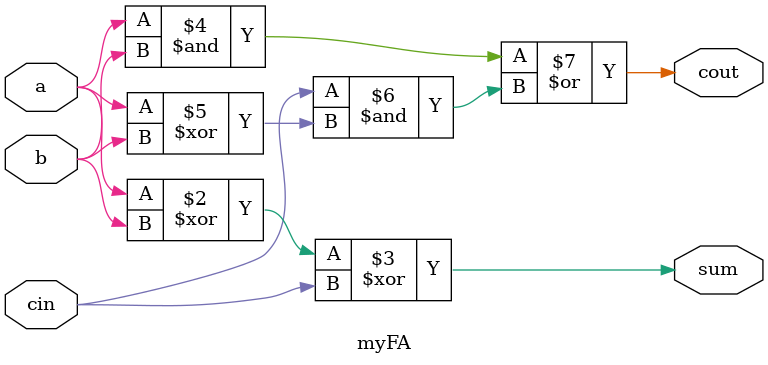
<source format=v>
module myFA(a,b,cin,cout,sum);
	input a,b,cin;
	output cout,sum;
	reg cout,sum;
	
	always @(a or b or cin )
	begin
		sum=(a^b^cin);
		cout=(a&b)|(cin&(a^b));
	end
endmodule

</source>
